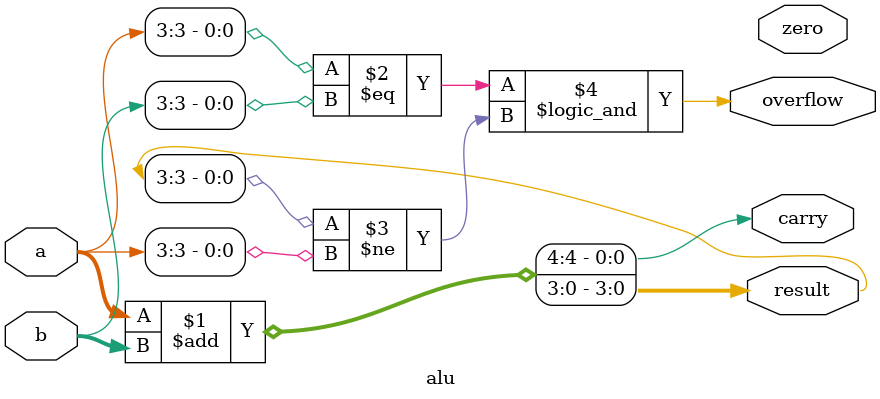
<source format=v>
module alu(
        input [3:0] a,
        input [3:0] b,
        output reg [3:0] result,
        output reg carry,
        output reg zero,
        output reg overflow
    );
    assign {carry, result} = a + b;
    assign overflow = (a[3] == b[3] && result[3] != a[3]);
endmodule

</source>
